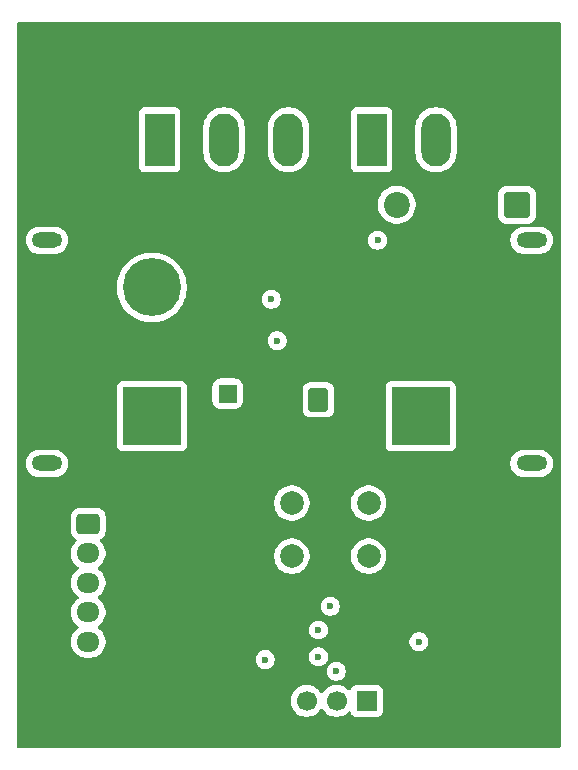
<source format=gbr>
%TF.GenerationSoftware,KiCad,Pcbnew,9.0.3*%
%TF.CreationDate,2025-12-08T06:42:03-06:00*%
%TF.ProjectId,roboboat bms v2,726f626f-626f-4617-9420-626d73207632,rev?*%
%TF.SameCoordinates,Original*%
%TF.FileFunction,Copper,L2,Inr*%
%TF.FilePolarity,Positive*%
%FSLAX46Y46*%
G04 Gerber Fmt 4.6, Leading zero omitted, Abs format (unit mm)*
G04 Created by KiCad (PCBNEW 9.0.3) date 2025-12-08 06:42:03*
%MOMM*%
%LPD*%
G01*
G04 APERTURE LIST*
G04 Aperture macros list*
%AMRoundRect*
0 Rectangle with rounded corners*
0 $1 Rounding radius*
0 $2 $3 $4 $5 $6 $7 $8 $9 X,Y pos of 4 corners*
0 Add a 4 corners polygon primitive as box body*
4,1,4,$2,$3,$4,$5,$6,$7,$8,$9,$2,$3,0*
0 Add four circle primitives for the rounded corners*
1,1,$1+$1,$2,$3*
1,1,$1+$1,$4,$5*
1,1,$1+$1,$6,$7*
1,1,$1+$1,$8,$9*
0 Add four rect primitives between the rounded corners*
20,1,$1+$1,$2,$3,$4,$5,0*
20,1,$1+$1,$4,$5,$6,$7,0*
20,1,$1+$1,$6,$7,$8,$9,0*
20,1,$1+$1,$8,$9,$2,$3,0*%
G04 Aperture macros list end*
%TA.AperFunction,ComponentPad*%
%ADD10R,1.700000X1.700000*%
%TD*%
%TA.AperFunction,ComponentPad*%
%ADD11C,1.700000*%
%TD*%
%TA.AperFunction,ComponentPad*%
%ADD12C,2.000000*%
%TD*%
%TA.AperFunction,ComponentPad*%
%ADD13RoundRect,0.250000X-0.550000X-0.550000X0.550000X-0.550000X0.550000X0.550000X-0.550000X0.550000X0*%
%TD*%
%TA.AperFunction,ComponentPad*%
%ADD14C,1.600000*%
%TD*%
%TA.AperFunction,ComponentPad*%
%ADD15RoundRect,0.250000X-0.600000X-0.750000X0.600000X-0.750000X0.600000X0.750000X-0.600000X0.750000X0*%
%TD*%
%TA.AperFunction,ComponentPad*%
%ADD16O,1.700000X2.000000*%
%TD*%
%TA.AperFunction,ComponentPad*%
%ADD17RoundRect,0.250000X-0.725000X0.600000X-0.725000X-0.600000X0.725000X-0.600000X0.725000X0.600000X0*%
%TD*%
%TA.AperFunction,ComponentPad*%
%ADD18O,1.950000X1.700000*%
%TD*%
%TA.AperFunction,ComponentPad*%
%ADD19RoundRect,0.249999X0.850001X0.850001X-0.850001X0.850001X-0.850001X-0.850001X0.850001X-0.850001X0*%
%TD*%
%TA.AperFunction,ComponentPad*%
%ADD20C,2.200000*%
%TD*%
%TA.AperFunction,ComponentPad*%
%ADD21R,2.500000X4.500000*%
%TD*%
%TA.AperFunction,ComponentPad*%
%ADD22O,2.500000X4.500000*%
%TD*%
%TA.AperFunction,ComponentPad*%
%ADD23C,4.916000*%
%TD*%
%TA.AperFunction,ComponentPad*%
%ADD24O,2.600000X1.300000*%
%TD*%
%TA.AperFunction,ComponentPad*%
%ADD25R,4.916000X4.916000*%
%TD*%
%TA.AperFunction,ViaPad*%
%ADD26C,0.600000*%
%TD*%
G04 APERTURE END LIST*
D10*
%TO.N,Net-(J1-Pin_1)*%
%TO.C,J1*%
X79080000Y-167000000D03*
D11*
%TO.N,Net-(J1-Pin_2)*%
X76540000Y-167000000D03*
%TO.N,Net-(J1-Pin_3)*%
X74000000Y-167000000D03*
%TO.N,GND*%
X71460000Y-167000000D03*
%TD*%
D12*
%TO.N,Net-(R7-Pad1)*%
%TO.C,SW1*%
X72750000Y-150250000D03*
X79250000Y-150250000D03*
%TO.N,Net-(U1-VC1)*%
X72750000Y-154750000D03*
X79250000Y-154750000D03*
%TD*%
D13*
%TO.N,VBUS*%
%TO.C,C4*%
X67317621Y-141000000D03*
D14*
%TO.N,GND*%
X69817621Y-141000000D03*
%TD*%
D15*
%TO.N,Net-(J7-Pin_1)*%
%TO.C,J7*%
X75000000Y-141500000D03*
D16*
%TO.N,GND*%
X77500000Y-141500000D03*
%TD*%
D17*
%TO.N,VBUS*%
%TO.C,J6*%
X55500000Y-152000000D03*
D18*
%TO.N,Net-(J6-Pin_2)*%
X55500000Y-154500000D03*
%TO.N,Net-(J6-Pin_3)*%
X55500000Y-157000000D03*
%TO.N,Net-(J6-Pin_4)*%
X55500000Y-159500000D03*
%TO.N,Net-(J3-NEG)*%
X55500000Y-162000000D03*
%TD*%
D19*
%TO.N,Net-(D1-K)*%
%TO.C,D1*%
X91800000Y-125000000D03*
D20*
%TO.N,Net-(D1-A)*%
X81640000Y-125000000D03*
%TD*%
D21*
%TO.N,Net-(D1-K)*%
%TO.C,Q1*%
X79500000Y-119500000D03*
D22*
%TO.N,Net-(Q1-D)*%
X84950000Y-119500000D03*
%TO.N,GND*%
X90400000Y-119500000D03*
%TD*%
D23*
%TO.N,GND*%
%TO.C,J4*%
X83650000Y-132000000D03*
D24*
%TO.N,unconnected-(J4-PadNC)*%
X93050000Y-146900000D03*
%TO.N,unconnected-(J4-PadNC)_1*%
X93050000Y-128000000D03*
D25*
%TO.N,VBUS*%
X83650000Y-142900000D03*
%TD*%
D23*
%TO.N,Net-(J3-NEG)*%
%TO.C,J3*%
X60900000Y-132000000D03*
D24*
%TO.N,unconnected-(J3-PadNC)*%
X52000000Y-128000000D03*
%TO.N,unconnected-(J3-PadNC)_1*%
X52000000Y-146900000D03*
D25*
%TO.N,VBUS*%
X60900000Y-142900000D03*
%TD*%
D21*
%TO.N,Net-(Q5-G)*%
%TO.C,Q5*%
X61550000Y-119500000D03*
D22*
%TO.N,Net-(Q1-D)*%
X67000000Y-119500000D03*
%TO.N,Net-(Q5-S)*%
X72450000Y-119500000D03*
%TD*%
D26*
%TO.N,GND*%
X76500000Y-162500000D03*
%TO.N,Net-(U1-SRP)*%
X71000000Y-133000000D03*
X75000000Y-161000000D03*
%TO.N,Net-(U1-SRN)*%
X70500000Y-163500000D03*
X71500000Y-136500000D03*
%TO.N,VBUS*%
X76000000Y-159000000D03*
%TO.N,Net-(J7-Pin_1)*%
X83500000Y-162000000D03*
%TO.N,Net-(Q3-S)*%
X80000000Y-128000000D03*
X75000000Y-163275000D03*
%TO.N,Net-(Q5-G)*%
X76500000Y-164500000D03*
%TD*%
%TA.AperFunction,Conductor*%
%TO.N,GND*%
G36*
X95442539Y-109520185D02*
G01*
X95488294Y-109572989D01*
X95499500Y-109624500D01*
X95499500Y-170875500D01*
X95479815Y-170942539D01*
X95427011Y-170988294D01*
X95375500Y-170999500D01*
X49624500Y-170999500D01*
X49557461Y-170979815D01*
X49511706Y-170927011D01*
X49500500Y-170875500D01*
X49500500Y-166893713D01*
X72649500Y-166893713D01*
X72649500Y-167106286D01*
X72682753Y-167316239D01*
X72748444Y-167518414D01*
X72844951Y-167707820D01*
X72969890Y-167879786D01*
X73120213Y-168030109D01*
X73292179Y-168155048D01*
X73292181Y-168155049D01*
X73292184Y-168155051D01*
X73481588Y-168251557D01*
X73683757Y-168317246D01*
X73893713Y-168350500D01*
X73893714Y-168350500D01*
X74106286Y-168350500D01*
X74106287Y-168350500D01*
X74316243Y-168317246D01*
X74518412Y-168251557D01*
X74707816Y-168155051D01*
X74794138Y-168092335D01*
X74879786Y-168030109D01*
X74879788Y-168030106D01*
X74879792Y-168030104D01*
X75030104Y-167879792D01*
X75030106Y-167879788D01*
X75030109Y-167879786D01*
X75155048Y-167707820D01*
X75155047Y-167707820D01*
X75155051Y-167707816D01*
X75159514Y-167699054D01*
X75207488Y-167648259D01*
X75275308Y-167631463D01*
X75341444Y-167653999D01*
X75380486Y-167699056D01*
X75384951Y-167707820D01*
X75509890Y-167879786D01*
X75660213Y-168030109D01*
X75832179Y-168155048D01*
X75832181Y-168155049D01*
X75832184Y-168155051D01*
X76021588Y-168251557D01*
X76223757Y-168317246D01*
X76433713Y-168350500D01*
X76433714Y-168350500D01*
X76646286Y-168350500D01*
X76646287Y-168350500D01*
X76856243Y-168317246D01*
X77058412Y-168251557D01*
X77247816Y-168155051D01*
X77419792Y-168030104D01*
X77533329Y-167916566D01*
X77594648Y-167883084D01*
X77664340Y-167888068D01*
X77720274Y-167929939D01*
X77737189Y-167960917D01*
X77786202Y-168092328D01*
X77786206Y-168092335D01*
X77872452Y-168207544D01*
X77872455Y-168207547D01*
X77987664Y-168293793D01*
X77987671Y-168293797D01*
X78122517Y-168344091D01*
X78122516Y-168344091D01*
X78129444Y-168344835D01*
X78182127Y-168350500D01*
X79977872Y-168350499D01*
X80037483Y-168344091D01*
X80172331Y-168293796D01*
X80287546Y-168207546D01*
X80373796Y-168092331D01*
X80424091Y-167957483D01*
X80430500Y-167897873D01*
X80430499Y-166102128D01*
X80424091Y-166042517D01*
X80422810Y-166039083D01*
X80373797Y-165907671D01*
X80373793Y-165907664D01*
X80287547Y-165792455D01*
X80287544Y-165792452D01*
X80172335Y-165706206D01*
X80172328Y-165706202D01*
X80037482Y-165655908D01*
X80037483Y-165655908D01*
X79977883Y-165649501D01*
X79977881Y-165649500D01*
X79977873Y-165649500D01*
X79977864Y-165649500D01*
X78182129Y-165649500D01*
X78182123Y-165649501D01*
X78122516Y-165655908D01*
X77987671Y-165706202D01*
X77987664Y-165706206D01*
X77872455Y-165792452D01*
X77872452Y-165792455D01*
X77786206Y-165907664D01*
X77786203Y-165907669D01*
X77737189Y-166039083D01*
X77695317Y-166095016D01*
X77629853Y-166119433D01*
X77561580Y-166104581D01*
X77533326Y-166083430D01*
X77419786Y-165969890D01*
X77247820Y-165844951D01*
X77058414Y-165748444D01*
X77058413Y-165748443D01*
X77058412Y-165748443D01*
X76856243Y-165682754D01*
X76856241Y-165682753D01*
X76856240Y-165682753D01*
X76694957Y-165657208D01*
X76646287Y-165649500D01*
X76433713Y-165649500D01*
X76385042Y-165657208D01*
X76223760Y-165682753D01*
X76021585Y-165748444D01*
X75832179Y-165844951D01*
X75660213Y-165969890D01*
X75509890Y-166120213D01*
X75384949Y-166292182D01*
X75380484Y-166300946D01*
X75332509Y-166351742D01*
X75264688Y-166368536D01*
X75198553Y-166345998D01*
X75159516Y-166300946D01*
X75155050Y-166292182D01*
X75030109Y-166120213D01*
X74879786Y-165969890D01*
X74707820Y-165844951D01*
X74518414Y-165748444D01*
X74518413Y-165748443D01*
X74518412Y-165748443D01*
X74316243Y-165682754D01*
X74316241Y-165682753D01*
X74316240Y-165682753D01*
X74154957Y-165657208D01*
X74106287Y-165649500D01*
X73893713Y-165649500D01*
X73845042Y-165657208D01*
X73683760Y-165682753D01*
X73481585Y-165748444D01*
X73292179Y-165844951D01*
X73120213Y-165969890D01*
X72969890Y-166120213D01*
X72844951Y-166292179D01*
X72748444Y-166481585D01*
X72682753Y-166683760D01*
X72649500Y-166893713D01*
X49500500Y-166893713D01*
X49500500Y-164421153D01*
X75699500Y-164421153D01*
X75699500Y-164578846D01*
X75730261Y-164733489D01*
X75730264Y-164733501D01*
X75790602Y-164879172D01*
X75790609Y-164879185D01*
X75878210Y-165010288D01*
X75878213Y-165010292D01*
X75989707Y-165121786D01*
X75989711Y-165121789D01*
X76120814Y-165209390D01*
X76120827Y-165209397D01*
X76266498Y-165269735D01*
X76266503Y-165269737D01*
X76421153Y-165300499D01*
X76421156Y-165300500D01*
X76421158Y-165300500D01*
X76578844Y-165300500D01*
X76578845Y-165300499D01*
X76733497Y-165269737D01*
X76879179Y-165209394D01*
X77010289Y-165121789D01*
X77121789Y-165010289D01*
X77209394Y-164879179D01*
X77269737Y-164733497D01*
X77300500Y-164578842D01*
X77300500Y-164421158D01*
X77300500Y-164421155D01*
X77300499Y-164421153D01*
X77269738Y-164266510D01*
X77269737Y-164266503D01*
X77209794Y-164121786D01*
X77209397Y-164120827D01*
X77209390Y-164120814D01*
X77121789Y-163989711D01*
X77121786Y-163989707D01*
X77010292Y-163878213D01*
X77010288Y-163878210D01*
X76879185Y-163790609D01*
X76879172Y-163790602D01*
X76733501Y-163730264D01*
X76733489Y-163730261D01*
X76578845Y-163699500D01*
X76578842Y-163699500D01*
X76421158Y-163699500D01*
X76421155Y-163699500D01*
X76266510Y-163730261D01*
X76266498Y-163730264D01*
X76120827Y-163790602D01*
X76120814Y-163790609D01*
X75989711Y-163878210D01*
X75989707Y-163878213D01*
X75878213Y-163989707D01*
X75878210Y-163989711D01*
X75790609Y-164120814D01*
X75790602Y-164120827D01*
X75730264Y-164266498D01*
X75730261Y-164266510D01*
X75699500Y-164421153D01*
X49500500Y-164421153D01*
X49500500Y-163421153D01*
X69699500Y-163421153D01*
X69699500Y-163578846D01*
X69730261Y-163733489D01*
X69730264Y-163733501D01*
X69790602Y-163879172D01*
X69790609Y-163879185D01*
X69878210Y-164010288D01*
X69878213Y-164010292D01*
X69989707Y-164121786D01*
X69989711Y-164121789D01*
X70120814Y-164209390D01*
X70120827Y-164209397D01*
X70258683Y-164266498D01*
X70266503Y-164269737D01*
X70421153Y-164300499D01*
X70421156Y-164300500D01*
X70421158Y-164300500D01*
X70578844Y-164300500D01*
X70578845Y-164300499D01*
X70589179Y-164298443D01*
X70614287Y-164293450D01*
X70614292Y-164293449D01*
X70699800Y-164276439D01*
X70733497Y-164269737D01*
X70879179Y-164209394D01*
X71010289Y-164121789D01*
X71121789Y-164010289D01*
X71209394Y-163879179D01*
X71269737Y-163733497D01*
X71300500Y-163578842D01*
X71300500Y-163421158D01*
X71300500Y-163421155D01*
X71300499Y-163421153D01*
X71269738Y-163266510D01*
X71269737Y-163266503D01*
X71240597Y-163196153D01*
X74199500Y-163196153D01*
X74199500Y-163353846D01*
X74230261Y-163508489D01*
X74230264Y-163508501D01*
X74290602Y-163654172D01*
X74290609Y-163654185D01*
X74378210Y-163785288D01*
X74378213Y-163785292D01*
X74489707Y-163896786D01*
X74489711Y-163896789D01*
X74620814Y-163984390D01*
X74620827Y-163984397D01*
X74766498Y-164044735D01*
X74766503Y-164044737D01*
X74921153Y-164075499D01*
X74921156Y-164075500D01*
X74921158Y-164075500D01*
X75078844Y-164075500D01*
X75078845Y-164075499D01*
X75233497Y-164044737D01*
X75379179Y-163984394D01*
X75510289Y-163896789D01*
X75621789Y-163785289D01*
X75709394Y-163654179D01*
X75769737Y-163508497D01*
X75800500Y-163353842D01*
X75800500Y-163196158D01*
X75800500Y-163196155D01*
X75800499Y-163196153D01*
X75792323Y-163155048D01*
X75769737Y-163041503D01*
X75769735Y-163041498D01*
X75709397Y-162895827D01*
X75709390Y-162895814D01*
X75621789Y-162764711D01*
X75621786Y-162764707D01*
X75510292Y-162653213D01*
X75510288Y-162653210D01*
X75379185Y-162565609D01*
X75379172Y-162565602D01*
X75233501Y-162505264D01*
X75233489Y-162505261D01*
X75078845Y-162474500D01*
X75078842Y-162474500D01*
X74921158Y-162474500D01*
X74921155Y-162474500D01*
X74766510Y-162505261D01*
X74766498Y-162505264D01*
X74620827Y-162565602D01*
X74620814Y-162565609D01*
X74489711Y-162653210D01*
X74489707Y-162653213D01*
X74378213Y-162764707D01*
X74378210Y-162764711D01*
X74290609Y-162895814D01*
X74290602Y-162895827D01*
X74230264Y-163041498D01*
X74230261Y-163041510D01*
X74199500Y-163196153D01*
X71240597Y-163196153D01*
X71229924Y-163170386D01*
X71209397Y-163120827D01*
X71209390Y-163120814D01*
X71121789Y-162989711D01*
X71121786Y-162989707D01*
X71010292Y-162878213D01*
X71010288Y-162878210D01*
X70879185Y-162790609D01*
X70879172Y-162790602D01*
X70733501Y-162730264D01*
X70733489Y-162730261D01*
X70578845Y-162699500D01*
X70578842Y-162699500D01*
X70421158Y-162699500D01*
X70421155Y-162699500D01*
X70266510Y-162730261D01*
X70266498Y-162730264D01*
X70120827Y-162790602D01*
X70120814Y-162790609D01*
X69989711Y-162878210D01*
X69989707Y-162878213D01*
X69878213Y-162989707D01*
X69878210Y-162989711D01*
X69790609Y-163120814D01*
X69790602Y-163120827D01*
X69730264Y-163266498D01*
X69730261Y-163266510D01*
X69699500Y-163421153D01*
X49500500Y-163421153D01*
X49500500Y-151349983D01*
X54024500Y-151349983D01*
X54024500Y-152650001D01*
X54024501Y-152650018D01*
X54035000Y-152752796D01*
X54035001Y-152752799D01*
X54090185Y-152919331D01*
X54090187Y-152919336D01*
X54182289Y-153068657D01*
X54306344Y-153192712D01*
X54461120Y-153288178D01*
X54507845Y-153340126D01*
X54519068Y-153409088D01*
X54491224Y-153473171D01*
X54483706Y-153481398D01*
X54344889Y-153620215D01*
X54219951Y-153792179D01*
X54123444Y-153981585D01*
X54057753Y-154183760D01*
X54024500Y-154393713D01*
X54024500Y-154606287D01*
X54057754Y-154816243D01*
X54074602Y-154868097D01*
X54123444Y-155018414D01*
X54219951Y-155207820D01*
X54344890Y-155379786D01*
X54495209Y-155530105D01*
X54495214Y-155530109D01*
X54659793Y-155649682D01*
X54702459Y-155705011D01*
X54708438Y-155774625D01*
X54675833Y-155836420D01*
X54659793Y-155850318D01*
X54495214Y-155969890D01*
X54495209Y-155969894D01*
X54344890Y-156120213D01*
X54219951Y-156292179D01*
X54123444Y-156481585D01*
X54057753Y-156683760D01*
X54024500Y-156893713D01*
X54024500Y-157106286D01*
X54057753Y-157316239D01*
X54123444Y-157518414D01*
X54219951Y-157707820D01*
X54344890Y-157879786D01*
X54495209Y-158030105D01*
X54495214Y-158030109D01*
X54659793Y-158149682D01*
X54702459Y-158205011D01*
X54708438Y-158274625D01*
X54675833Y-158336420D01*
X54659793Y-158350318D01*
X54495214Y-158469890D01*
X54495209Y-158469894D01*
X54344890Y-158620213D01*
X54219951Y-158792179D01*
X54123444Y-158981585D01*
X54057753Y-159183760D01*
X54024500Y-159393713D01*
X54024500Y-159606286D01*
X54057753Y-159816239D01*
X54123444Y-160018414D01*
X54219951Y-160207820D01*
X54344890Y-160379786D01*
X54495209Y-160530105D01*
X54495214Y-160530109D01*
X54659793Y-160649682D01*
X54702459Y-160705011D01*
X54708438Y-160774625D01*
X54675833Y-160836420D01*
X54659793Y-160850318D01*
X54495214Y-160969890D01*
X54495209Y-160969894D01*
X54344890Y-161120213D01*
X54219951Y-161292179D01*
X54123444Y-161481585D01*
X54057753Y-161683760D01*
X54024500Y-161893713D01*
X54024500Y-162106287D01*
X54057754Y-162316243D01*
X54120803Y-162510288D01*
X54123444Y-162518414D01*
X54219951Y-162707820D01*
X54344890Y-162879786D01*
X54495213Y-163030109D01*
X54667179Y-163155048D01*
X54667181Y-163155049D01*
X54667184Y-163155051D01*
X54856588Y-163251557D01*
X55058757Y-163317246D01*
X55268713Y-163350500D01*
X55268714Y-163350500D01*
X55731286Y-163350500D01*
X55731287Y-163350500D01*
X55941243Y-163317246D01*
X56143412Y-163251557D01*
X56332816Y-163155051D01*
X56379940Y-163120814D01*
X56504786Y-163030109D01*
X56504788Y-163030106D01*
X56504792Y-163030104D01*
X56655104Y-162879792D01*
X56655106Y-162879788D01*
X56655109Y-162879786D01*
X56778902Y-162709397D01*
X56780051Y-162707816D01*
X56876557Y-162518412D01*
X56942246Y-162316243D01*
X56975500Y-162106287D01*
X56975500Y-161921153D01*
X82699500Y-161921153D01*
X82699500Y-162078846D01*
X82730261Y-162233489D01*
X82730264Y-162233501D01*
X82790602Y-162379172D01*
X82790609Y-162379185D01*
X82878210Y-162510288D01*
X82878213Y-162510292D01*
X82989707Y-162621786D01*
X82989711Y-162621789D01*
X83120814Y-162709390D01*
X83120827Y-162709397D01*
X83254359Y-162764707D01*
X83266503Y-162769737D01*
X83421153Y-162800499D01*
X83421156Y-162800500D01*
X83421158Y-162800500D01*
X83578844Y-162800500D01*
X83578845Y-162800499D01*
X83733497Y-162769737D01*
X83879179Y-162709394D01*
X84010289Y-162621789D01*
X84121789Y-162510289D01*
X84209394Y-162379179D01*
X84269737Y-162233497D01*
X84300500Y-162078842D01*
X84300500Y-161921158D01*
X84300500Y-161921155D01*
X84300499Y-161921153D01*
X84269738Y-161766510D01*
X84269737Y-161766503D01*
X84209794Y-161621786D01*
X84209397Y-161620827D01*
X84209390Y-161620814D01*
X84121789Y-161489711D01*
X84121786Y-161489707D01*
X84010292Y-161378213D01*
X84010288Y-161378210D01*
X83879185Y-161290609D01*
X83879172Y-161290602D01*
X83733501Y-161230264D01*
X83733489Y-161230261D01*
X83578845Y-161199500D01*
X83578842Y-161199500D01*
X83421158Y-161199500D01*
X83421155Y-161199500D01*
X83266510Y-161230261D01*
X83266498Y-161230264D01*
X83120827Y-161290602D01*
X83120814Y-161290609D01*
X82989711Y-161378210D01*
X82989707Y-161378213D01*
X82878213Y-161489707D01*
X82878210Y-161489711D01*
X82790609Y-161620814D01*
X82790602Y-161620827D01*
X82730264Y-161766498D01*
X82730261Y-161766510D01*
X82699500Y-161921153D01*
X56975500Y-161921153D01*
X56975500Y-161893713D01*
X56942246Y-161683757D01*
X56876557Y-161481588D01*
X56780051Y-161292184D01*
X56780049Y-161292181D01*
X56780048Y-161292179D01*
X56655109Y-161120213D01*
X56504792Y-160969896D01*
X56437705Y-160921155D01*
X56437702Y-160921153D01*
X74199500Y-160921153D01*
X74199500Y-161078846D01*
X74230261Y-161233489D01*
X74230264Y-161233501D01*
X74290602Y-161379172D01*
X74290609Y-161379185D01*
X74378210Y-161510288D01*
X74378213Y-161510292D01*
X74489707Y-161621786D01*
X74489711Y-161621789D01*
X74620814Y-161709390D01*
X74620827Y-161709397D01*
X74758683Y-161766498D01*
X74766503Y-161769737D01*
X74921153Y-161800499D01*
X74921156Y-161800500D01*
X74921158Y-161800500D01*
X75078844Y-161800500D01*
X75078845Y-161800499D01*
X75089179Y-161798443D01*
X75114287Y-161793450D01*
X75114292Y-161793449D01*
X75199800Y-161776439D01*
X75233497Y-161769737D01*
X75379179Y-161709394D01*
X75510289Y-161621789D01*
X75621789Y-161510289D01*
X75709394Y-161379179D01*
X75769737Y-161233497D01*
X75800500Y-161078842D01*
X75800500Y-160921158D01*
X75800500Y-160921155D01*
X75800499Y-160921153D01*
X75775403Y-160794989D01*
X75769737Y-160766503D01*
X75752702Y-160725376D01*
X75709397Y-160620827D01*
X75709390Y-160620814D01*
X75621789Y-160489711D01*
X75621786Y-160489707D01*
X75510292Y-160378213D01*
X75510288Y-160378210D01*
X75379185Y-160290609D01*
X75379172Y-160290602D01*
X75233501Y-160230264D01*
X75233489Y-160230261D01*
X75078845Y-160199500D01*
X75078842Y-160199500D01*
X74921158Y-160199500D01*
X74921155Y-160199500D01*
X74766510Y-160230261D01*
X74766498Y-160230264D01*
X74620827Y-160290602D01*
X74620814Y-160290609D01*
X74489711Y-160378210D01*
X74489707Y-160378213D01*
X74378213Y-160489707D01*
X74378210Y-160489711D01*
X74290609Y-160620814D01*
X74290602Y-160620827D01*
X74230264Y-160766498D01*
X74230261Y-160766510D01*
X74199500Y-160921153D01*
X56437702Y-160921153D01*
X56340204Y-160850316D01*
X56297540Y-160794989D01*
X56291561Y-160725376D01*
X56324166Y-160663580D01*
X56340199Y-160649686D01*
X56504792Y-160530104D01*
X56655104Y-160379792D01*
X56655106Y-160379788D01*
X56655109Y-160379786D01*
X56780048Y-160207820D01*
X56780047Y-160207820D01*
X56780051Y-160207816D01*
X56876557Y-160018412D01*
X56942246Y-159816243D01*
X56975500Y-159606287D01*
X56975500Y-159393713D01*
X56942246Y-159183757D01*
X56876557Y-158981588D01*
X56876555Y-158981585D01*
X56876555Y-158981583D01*
X56871347Y-158971362D01*
X56871346Y-158971361D01*
X56845764Y-158921153D01*
X75199500Y-158921153D01*
X75199500Y-159078846D01*
X75230261Y-159233489D01*
X75230264Y-159233501D01*
X75290602Y-159379172D01*
X75290609Y-159379185D01*
X75378210Y-159510288D01*
X75378213Y-159510292D01*
X75489707Y-159621786D01*
X75489711Y-159621789D01*
X75620814Y-159709390D01*
X75620827Y-159709397D01*
X75766498Y-159769735D01*
X75766503Y-159769737D01*
X75921153Y-159800499D01*
X75921156Y-159800500D01*
X75921158Y-159800500D01*
X76078844Y-159800500D01*
X76078845Y-159800499D01*
X76233497Y-159769737D01*
X76379179Y-159709394D01*
X76510289Y-159621789D01*
X76621789Y-159510289D01*
X76709394Y-159379179D01*
X76769737Y-159233497D01*
X76800500Y-159078842D01*
X76800500Y-158921158D01*
X76800500Y-158921155D01*
X76800499Y-158921153D01*
X76769738Y-158766510D01*
X76769737Y-158766503D01*
X76769735Y-158766498D01*
X76709397Y-158620827D01*
X76709390Y-158620814D01*
X76621789Y-158489711D01*
X76621786Y-158489707D01*
X76510292Y-158378213D01*
X76510288Y-158378210D01*
X76379185Y-158290609D01*
X76379172Y-158290602D01*
X76233501Y-158230264D01*
X76233489Y-158230261D01*
X76078845Y-158199500D01*
X76078842Y-158199500D01*
X75921158Y-158199500D01*
X75921155Y-158199500D01*
X75766510Y-158230261D01*
X75766498Y-158230264D01*
X75620827Y-158290602D01*
X75620814Y-158290609D01*
X75489711Y-158378210D01*
X75489707Y-158378213D01*
X75378213Y-158489707D01*
X75378210Y-158489711D01*
X75290609Y-158620814D01*
X75290602Y-158620827D01*
X75230264Y-158766498D01*
X75230261Y-158766510D01*
X75199500Y-158921153D01*
X56845764Y-158921153D01*
X56780048Y-158792179D01*
X56655109Y-158620213D01*
X56504792Y-158469896D01*
X56504784Y-158469890D01*
X56340204Y-158350316D01*
X56297540Y-158294989D01*
X56291561Y-158225376D01*
X56324166Y-158163580D01*
X56340199Y-158149686D01*
X56504792Y-158030104D01*
X56655104Y-157879792D01*
X56655106Y-157879788D01*
X56655109Y-157879786D01*
X56780048Y-157707820D01*
X56780047Y-157707820D01*
X56780051Y-157707816D01*
X56876557Y-157518412D01*
X56942246Y-157316243D01*
X56975500Y-157106287D01*
X56975500Y-156893713D01*
X56942246Y-156683757D01*
X56876557Y-156481588D01*
X56780051Y-156292184D01*
X56780049Y-156292181D01*
X56780048Y-156292179D01*
X56655109Y-156120213D01*
X56504792Y-155969896D01*
X56504784Y-155969890D01*
X56340204Y-155850316D01*
X56297540Y-155794989D01*
X56291561Y-155725376D01*
X56324166Y-155663580D01*
X56340199Y-155649686D01*
X56504792Y-155530104D01*
X56655104Y-155379792D01*
X56655106Y-155379788D01*
X56655109Y-155379786D01*
X56780048Y-155207820D01*
X56780047Y-155207820D01*
X56780051Y-155207816D01*
X56876557Y-155018412D01*
X56942246Y-154816243D01*
X56971443Y-154631902D01*
X71249500Y-154631902D01*
X71249500Y-154868097D01*
X71286446Y-155101368D01*
X71359433Y-155325996D01*
X71386841Y-155379786D01*
X71466657Y-155536433D01*
X71605483Y-155727510D01*
X71772490Y-155894517D01*
X71963567Y-156033343D01*
X72062991Y-156084002D01*
X72174003Y-156140566D01*
X72174005Y-156140566D01*
X72174008Y-156140568D01*
X72294412Y-156179689D01*
X72398631Y-156213553D01*
X72631903Y-156250500D01*
X72631908Y-156250500D01*
X72868097Y-156250500D01*
X73101368Y-156213553D01*
X73325992Y-156140568D01*
X73536433Y-156033343D01*
X73727510Y-155894517D01*
X73894517Y-155727510D01*
X74033343Y-155536433D01*
X74140568Y-155325992D01*
X74213553Y-155101368D01*
X74226692Y-155018412D01*
X74250500Y-154868097D01*
X74250500Y-154631902D01*
X77749500Y-154631902D01*
X77749500Y-154868097D01*
X77786446Y-155101368D01*
X77859433Y-155325996D01*
X77886841Y-155379786D01*
X77966657Y-155536433D01*
X78105483Y-155727510D01*
X78272490Y-155894517D01*
X78463567Y-156033343D01*
X78562991Y-156084002D01*
X78674003Y-156140566D01*
X78674005Y-156140566D01*
X78674008Y-156140568D01*
X78794412Y-156179689D01*
X78898631Y-156213553D01*
X79131903Y-156250500D01*
X79131908Y-156250500D01*
X79368097Y-156250500D01*
X79601368Y-156213553D01*
X79825992Y-156140568D01*
X80036433Y-156033343D01*
X80227510Y-155894517D01*
X80394517Y-155727510D01*
X80533343Y-155536433D01*
X80640568Y-155325992D01*
X80713553Y-155101368D01*
X80726692Y-155018412D01*
X80750500Y-154868097D01*
X80750500Y-154631902D01*
X80713553Y-154398631D01*
X80679689Y-154294412D01*
X80640568Y-154174008D01*
X80640566Y-154174005D01*
X80640566Y-154174003D01*
X80542525Y-153981588D01*
X80533343Y-153963567D01*
X80394517Y-153772490D01*
X80227510Y-153605483D01*
X80036433Y-153466657D01*
X79825996Y-153359433D01*
X79601368Y-153286446D01*
X79368097Y-153249500D01*
X79368092Y-153249500D01*
X79131908Y-153249500D01*
X79131903Y-153249500D01*
X78898631Y-153286446D01*
X78674003Y-153359433D01*
X78463566Y-153466657D01*
X78354550Y-153545862D01*
X78272490Y-153605483D01*
X78272488Y-153605485D01*
X78272487Y-153605485D01*
X78105485Y-153772487D01*
X78105485Y-153772488D01*
X78105483Y-153772490D01*
X78045862Y-153854550D01*
X77966657Y-153963566D01*
X77859433Y-154174003D01*
X77786446Y-154398631D01*
X77749500Y-154631902D01*
X74250500Y-154631902D01*
X74213553Y-154398631D01*
X74179689Y-154294412D01*
X74140568Y-154174008D01*
X74140566Y-154174005D01*
X74140566Y-154174003D01*
X74042525Y-153981588D01*
X74033343Y-153963567D01*
X73894517Y-153772490D01*
X73727510Y-153605483D01*
X73536433Y-153466657D01*
X73325996Y-153359433D01*
X73101368Y-153286446D01*
X72868097Y-153249500D01*
X72868092Y-153249500D01*
X72631908Y-153249500D01*
X72631903Y-153249500D01*
X72398631Y-153286446D01*
X72174003Y-153359433D01*
X71963566Y-153466657D01*
X71854550Y-153545862D01*
X71772490Y-153605483D01*
X71772488Y-153605485D01*
X71772487Y-153605485D01*
X71605485Y-153772487D01*
X71605485Y-153772488D01*
X71605483Y-153772490D01*
X71545862Y-153854550D01*
X71466657Y-153963566D01*
X71359433Y-154174003D01*
X71286446Y-154398631D01*
X71249500Y-154631902D01*
X56971443Y-154631902D01*
X56975500Y-154606287D01*
X56975500Y-154393713D01*
X56942246Y-154183757D01*
X56876557Y-153981588D01*
X56780051Y-153792184D01*
X56780049Y-153792181D01*
X56780048Y-153792179D01*
X56655109Y-153620213D01*
X56516294Y-153481398D01*
X56482809Y-153420075D01*
X56487793Y-153350383D01*
X56529665Y-153294450D01*
X56538879Y-153288178D01*
X56544331Y-153284814D01*
X56544334Y-153284814D01*
X56693656Y-153192712D01*
X56817712Y-153068656D01*
X56909814Y-152919334D01*
X56964999Y-152752797D01*
X56975500Y-152650009D01*
X56975499Y-151349992D01*
X56964999Y-151247203D01*
X56909814Y-151080666D01*
X56817712Y-150931344D01*
X56693656Y-150807288D01*
X56544334Y-150715186D01*
X56377797Y-150660001D01*
X56377795Y-150660000D01*
X56275010Y-150649500D01*
X54724998Y-150649500D01*
X54724981Y-150649501D01*
X54622203Y-150660000D01*
X54622200Y-150660001D01*
X54455668Y-150715185D01*
X54455663Y-150715187D01*
X54306342Y-150807289D01*
X54182289Y-150931342D01*
X54090187Y-151080663D01*
X54090186Y-151080666D01*
X54035001Y-151247203D01*
X54035001Y-151247204D01*
X54035000Y-151247204D01*
X54024500Y-151349983D01*
X49500500Y-151349983D01*
X49500500Y-150131902D01*
X71249500Y-150131902D01*
X71249500Y-150368097D01*
X71286446Y-150601368D01*
X71359433Y-150825996D01*
X71466657Y-151036433D01*
X71605483Y-151227510D01*
X71772490Y-151394517D01*
X71963567Y-151533343D01*
X72062991Y-151584002D01*
X72174003Y-151640566D01*
X72174005Y-151640566D01*
X72174008Y-151640568D01*
X72294412Y-151679689D01*
X72398631Y-151713553D01*
X72631903Y-151750500D01*
X72631908Y-151750500D01*
X72868097Y-151750500D01*
X73101368Y-151713553D01*
X73325992Y-151640568D01*
X73536433Y-151533343D01*
X73727510Y-151394517D01*
X73894517Y-151227510D01*
X74033343Y-151036433D01*
X74140568Y-150825992D01*
X74213553Y-150601368D01*
X74250500Y-150368097D01*
X74250500Y-150131902D01*
X77749500Y-150131902D01*
X77749500Y-150368097D01*
X77786446Y-150601368D01*
X77859433Y-150825996D01*
X77966657Y-151036433D01*
X78105483Y-151227510D01*
X78272490Y-151394517D01*
X78463567Y-151533343D01*
X78562991Y-151584002D01*
X78674003Y-151640566D01*
X78674005Y-151640566D01*
X78674008Y-151640568D01*
X78794412Y-151679689D01*
X78898631Y-151713553D01*
X79131903Y-151750500D01*
X79131908Y-151750500D01*
X79368097Y-151750500D01*
X79601368Y-151713553D01*
X79825992Y-151640568D01*
X80036433Y-151533343D01*
X80227510Y-151394517D01*
X80394517Y-151227510D01*
X80533343Y-151036433D01*
X80640568Y-150825992D01*
X80713553Y-150601368D01*
X80750500Y-150368097D01*
X80750500Y-150131902D01*
X80713553Y-149898631D01*
X80640566Y-149674003D01*
X80533342Y-149463566D01*
X80394517Y-149272490D01*
X80227510Y-149105483D01*
X80036433Y-148966657D01*
X79825996Y-148859433D01*
X79601368Y-148786446D01*
X79368097Y-148749500D01*
X79368092Y-148749500D01*
X79131908Y-148749500D01*
X79131903Y-148749500D01*
X78898631Y-148786446D01*
X78674003Y-148859433D01*
X78463566Y-148966657D01*
X78354550Y-149045862D01*
X78272490Y-149105483D01*
X78272488Y-149105485D01*
X78272487Y-149105485D01*
X78105485Y-149272487D01*
X78105485Y-149272488D01*
X78105483Y-149272490D01*
X78045862Y-149354550D01*
X77966657Y-149463566D01*
X77859433Y-149674003D01*
X77786446Y-149898631D01*
X77749500Y-150131902D01*
X74250500Y-150131902D01*
X74213553Y-149898631D01*
X74140566Y-149674003D01*
X74033342Y-149463566D01*
X73894517Y-149272490D01*
X73727510Y-149105483D01*
X73536433Y-148966657D01*
X73325996Y-148859433D01*
X73101368Y-148786446D01*
X72868097Y-148749500D01*
X72868092Y-148749500D01*
X72631908Y-148749500D01*
X72631903Y-148749500D01*
X72398631Y-148786446D01*
X72174003Y-148859433D01*
X71963566Y-148966657D01*
X71854550Y-149045862D01*
X71772490Y-149105483D01*
X71772488Y-149105485D01*
X71772487Y-149105485D01*
X71605485Y-149272487D01*
X71605485Y-149272488D01*
X71605483Y-149272490D01*
X71545862Y-149354550D01*
X71466657Y-149463566D01*
X71359433Y-149674003D01*
X71286446Y-149898631D01*
X71249500Y-150131902D01*
X49500500Y-150131902D01*
X49500500Y-146809448D01*
X50199500Y-146809448D01*
X50199500Y-146990551D01*
X50227829Y-147169410D01*
X50283787Y-147341636D01*
X50283788Y-147341639D01*
X50366006Y-147502997D01*
X50472441Y-147649494D01*
X50472445Y-147649499D01*
X50600500Y-147777554D01*
X50600505Y-147777558D01*
X50728287Y-147870396D01*
X50747006Y-147883996D01*
X50852484Y-147937740D01*
X50908360Y-147966211D01*
X50908363Y-147966212D01*
X50994476Y-147994191D01*
X51080591Y-148022171D01*
X51163429Y-148035291D01*
X51259449Y-148050500D01*
X51259454Y-148050500D01*
X52740551Y-148050500D01*
X52827259Y-148036765D01*
X52919409Y-148022171D01*
X53091639Y-147966211D01*
X53252994Y-147883996D01*
X53399501Y-147777553D01*
X53527553Y-147649501D01*
X53633996Y-147502994D01*
X53716211Y-147341639D01*
X53772171Y-147169409D01*
X53786765Y-147077259D01*
X53800500Y-146990551D01*
X53800500Y-146809448D01*
X91249500Y-146809448D01*
X91249500Y-146990551D01*
X91277829Y-147169410D01*
X91333787Y-147341636D01*
X91333788Y-147341639D01*
X91416006Y-147502997D01*
X91522441Y-147649494D01*
X91522445Y-147649499D01*
X91650500Y-147777554D01*
X91650505Y-147777558D01*
X91778287Y-147870396D01*
X91797006Y-147883996D01*
X91902484Y-147937740D01*
X91958360Y-147966211D01*
X91958363Y-147966212D01*
X92044476Y-147994191D01*
X92130591Y-148022171D01*
X92213429Y-148035291D01*
X92309449Y-148050500D01*
X92309454Y-148050500D01*
X93790551Y-148050500D01*
X93877259Y-148036765D01*
X93969409Y-148022171D01*
X94141639Y-147966211D01*
X94302994Y-147883996D01*
X94449501Y-147777553D01*
X94577553Y-147649501D01*
X94683996Y-147502994D01*
X94766211Y-147341639D01*
X94822171Y-147169409D01*
X94836765Y-147077259D01*
X94850500Y-146990551D01*
X94850500Y-146809448D01*
X94834019Y-146705397D01*
X94822171Y-146630591D01*
X94766211Y-146458361D01*
X94766211Y-146458360D01*
X94737740Y-146402484D01*
X94683996Y-146297006D01*
X94670396Y-146278287D01*
X94577558Y-146150505D01*
X94577554Y-146150500D01*
X94449499Y-146022445D01*
X94449494Y-146022441D01*
X94302997Y-145916006D01*
X94302996Y-145916005D01*
X94302994Y-145916004D01*
X94251300Y-145889664D01*
X94141639Y-145833788D01*
X94141636Y-145833787D01*
X93969410Y-145777829D01*
X93790551Y-145749500D01*
X93790546Y-145749500D01*
X92309454Y-145749500D01*
X92309449Y-145749500D01*
X92130589Y-145777829D01*
X91958363Y-145833787D01*
X91958360Y-145833788D01*
X91797002Y-145916006D01*
X91650505Y-146022441D01*
X91650500Y-146022445D01*
X91522445Y-146150500D01*
X91522441Y-146150505D01*
X91416006Y-146297002D01*
X91333788Y-146458360D01*
X91333787Y-146458363D01*
X91277829Y-146630589D01*
X91249500Y-146809448D01*
X53800500Y-146809448D01*
X53784019Y-146705397D01*
X53772171Y-146630591D01*
X53716211Y-146458361D01*
X53716211Y-146458360D01*
X53687740Y-146402484D01*
X53633996Y-146297006D01*
X53620396Y-146278287D01*
X53527558Y-146150505D01*
X53527554Y-146150500D01*
X53399499Y-146022445D01*
X53399494Y-146022441D01*
X53252997Y-145916006D01*
X53252996Y-145916005D01*
X53252994Y-145916004D01*
X53201300Y-145889664D01*
X53091639Y-145833788D01*
X53091636Y-145833787D01*
X52919410Y-145777829D01*
X52740551Y-145749500D01*
X52740546Y-145749500D01*
X51259454Y-145749500D01*
X51259449Y-145749500D01*
X51080589Y-145777829D01*
X50908363Y-145833787D01*
X50908360Y-145833788D01*
X50747002Y-145916006D01*
X50600505Y-146022441D01*
X50600500Y-146022445D01*
X50472445Y-146150500D01*
X50472441Y-146150505D01*
X50366006Y-146297002D01*
X50283788Y-146458360D01*
X50283787Y-146458363D01*
X50227829Y-146630589D01*
X50199500Y-146809448D01*
X49500500Y-146809448D01*
X49500500Y-140394135D01*
X57941500Y-140394135D01*
X57941500Y-145405870D01*
X57941501Y-145405876D01*
X57947908Y-145465483D01*
X57998202Y-145600328D01*
X57998206Y-145600335D01*
X58084452Y-145715544D01*
X58084455Y-145715547D01*
X58199664Y-145801793D01*
X58199671Y-145801797D01*
X58334517Y-145852091D01*
X58334516Y-145852091D01*
X58341444Y-145852835D01*
X58394127Y-145858500D01*
X63405872Y-145858499D01*
X63465483Y-145852091D01*
X63600331Y-145801796D01*
X63715546Y-145715546D01*
X63801796Y-145600331D01*
X63852091Y-145465483D01*
X63858500Y-145405873D01*
X63858499Y-140399983D01*
X66017121Y-140399983D01*
X66017121Y-141600001D01*
X66017122Y-141600018D01*
X66027621Y-141702796D01*
X66027622Y-141702799D01*
X66082806Y-141869331D01*
X66082807Y-141869334D01*
X66174909Y-142018656D01*
X66298965Y-142142712D01*
X66448287Y-142234814D01*
X66614824Y-142289999D01*
X66717612Y-142300500D01*
X67917629Y-142300499D01*
X68020418Y-142289999D01*
X68186955Y-142234814D01*
X68336277Y-142142712D01*
X68460333Y-142018656D01*
X68552435Y-141869334D01*
X68607620Y-141702797D01*
X68618121Y-141600009D01*
X68618120Y-140699983D01*
X73649500Y-140699983D01*
X73649500Y-142300001D01*
X73649501Y-142300018D01*
X73660000Y-142402796D01*
X73660001Y-142402799D01*
X73715185Y-142569331D01*
X73715186Y-142569334D01*
X73807288Y-142718656D01*
X73931344Y-142842712D01*
X74080666Y-142934814D01*
X74247203Y-142989999D01*
X74349991Y-143000500D01*
X75650008Y-143000499D01*
X75752797Y-142989999D01*
X75919334Y-142934814D01*
X76068656Y-142842712D01*
X76192712Y-142718656D01*
X76284814Y-142569334D01*
X76339999Y-142402797D01*
X76350500Y-142300009D01*
X76350499Y-140699992D01*
X76339999Y-140597203D01*
X76284814Y-140430666D01*
X76262282Y-140394135D01*
X80691500Y-140394135D01*
X80691500Y-145405870D01*
X80691501Y-145405876D01*
X80697908Y-145465483D01*
X80748202Y-145600328D01*
X80748206Y-145600335D01*
X80834452Y-145715544D01*
X80834455Y-145715547D01*
X80949664Y-145801793D01*
X80949671Y-145801797D01*
X81084517Y-145852091D01*
X81084516Y-145852091D01*
X81091444Y-145852835D01*
X81144127Y-145858500D01*
X86155872Y-145858499D01*
X86215483Y-145852091D01*
X86350331Y-145801796D01*
X86465546Y-145715546D01*
X86551796Y-145600331D01*
X86602091Y-145465483D01*
X86608500Y-145405873D01*
X86608499Y-140394128D01*
X86602091Y-140334517D01*
X86588174Y-140297204D01*
X86551797Y-140199671D01*
X86551793Y-140199664D01*
X86465547Y-140084455D01*
X86465544Y-140084452D01*
X86350335Y-139998206D01*
X86350328Y-139998202D01*
X86215482Y-139947908D01*
X86215483Y-139947908D01*
X86155883Y-139941501D01*
X86155881Y-139941500D01*
X86155873Y-139941500D01*
X86155864Y-139941500D01*
X81144129Y-139941500D01*
X81144123Y-139941501D01*
X81084516Y-139947908D01*
X80949671Y-139998202D01*
X80949664Y-139998206D01*
X80834455Y-140084452D01*
X80834452Y-140084455D01*
X80748206Y-140199664D01*
X80748202Y-140199671D01*
X80697908Y-140334517D01*
X80691501Y-140394116D01*
X80691501Y-140394123D01*
X80691500Y-140394135D01*
X76262282Y-140394135D01*
X76192712Y-140281344D01*
X76068656Y-140157288D01*
X75950573Y-140084454D01*
X75919336Y-140065187D01*
X75919331Y-140065185D01*
X75917862Y-140064698D01*
X75752797Y-140010001D01*
X75752795Y-140010000D01*
X75650010Y-139999500D01*
X74349998Y-139999500D01*
X74349981Y-139999501D01*
X74247203Y-140010000D01*
X74247200Y-140010001D01*
X74080668Y-140065185D01*
X74080663Y-140065187D01*
X73931342Y-140157289D01*
X73807289Y-140281342D01*
X73715187Y-140430663D01*
X73715186Y-140430666D01*
X73660001Y-140597203D01*
X73660001Y-140597204D01*
X73660000Y-140597204D01*
X73649500Y-140699983D01*
X68618120Y-140699983D01*
X68618120Y-140399992D01*
X68617520Y-140394123D01*
X68607620Y-140297203D01*
X68607619Y-140297200D01*
X68575300Y-140199669D01*
X68552435Y-140130666D01*
X68460333Y-139981344D01*
X68336277Y-139857288D01*
X68186955Y-139765186D01*
X68020418Y-139710001D01*
X68020416Y-139710000D01*
X67917631Y-139699500D01*
X66717619Y-139699500D01*
X66717602Y-139699501D01*
X66614824Y-139710000D01*
X66614821Y-139710001D01*
X66448289Y-139765185D01*
X66448284Y-139765187D01*
X66298963Y-139857289D01*
X66174910Y-139981342D01*
X66082808Y-140130663D01*
X66082807Y-140130666D01*
X66027622Y-140297203D01*
X66027622Y-140297204D01*
X66027621Y-140297204D01*
X66017121Y-140399983D01*
X63858499Y-140399983D01*
X63858499Y-140394128D01*
X63852091Y-140334517D01*
X63838174Y-140297204D01*
X63801797Y-140199671D01*
X63801793Y-140199664D01*
X63715547Y-140084455D01*
X63715544Y-140084452D01*
X63600335Y-139998206D01*
X63600328Y-139998202D01*
X63465482Y-139947908D01*
X63465483Y-139947908D01*
X63405883Y-139941501D01*
X63405881Y-139941500D01*
X63405873Y-139941500D01*
X63405864Y-139941500D01*
X58394129Y-139941500D01*
X58394123Y-139941501D01*
X58334516Y-139947908D01*
X58199671Y-139998202D01*
X58199664Y-139998206D01*
X58084455Y-140084452D01*
X58084452Y-140084455D01*
X57998206Y-140199664D01*
X57998202Y-140199671D01*
X57947908Y-140334517D01*
X57941501Y-140394116D01*
X57941501Y-140394123D01*
X57941500Y-140394135D01*
X49500500Y-140394135D01*
X49500500Y-136421153D01*
X70699500Y-136421153D01*
X70699500Y-136578846D01*
X70730261Y-136733489D01*
X70730264Y-136733501D01*
X70790602Y-136879172D01*
X70790609Y-136879185D01*
X70878210Y-137010288D01*
X70878213Y-137010292D01*
X70989707Y-137121786D01*
X70989711Y-137121789D01*
X71120814Y-137209390D01*
X71120827Y-137209397D01*
X71266498Y-137269735D01*
X71266503Y-137269737D01*
X71421153Y-137300499D01*
X71421156Y-137300500D01*
X71421158Y-137300500D01*
X71578844Y-137300500D01*
X71578845Y-137300499D01*
X71733497Y-137269737D01*
X71879179Y-137209394D01*
X72010289Y-137121789D01*
X72121789Y-137010289D01*
X72209394Y-136879179D01*
X72269737Y-136733497D01*
X72300500Y-136578842D01*
X72300500Y-136421158D01*
X72300500Y-136421155D01*
X72300499Y-136421153D01*
X72269738Y-136266510D01*
X72269737Y-136266503D01*
X72269735Y-136266498D01*
X72209397Y-136120827D01*
X72209390Y-136120814D01*
X72121789Y-135989711D01*
X72121786Y-135989707D01*
X72010292Y-135878213D01*
X72010288Y-135878210D01*
X71879185Y-135790609D01*
X71879172Y-135790602D01*
X71733501Y-135730264D01*
X71733489Y-135730261D01*
X71578845Y-135699500D01*
X71578842Y-135699500D01*
X71421158Y-135699500D01*
X71421155Y-135699500D01*
X71266510Y-135730261D01*
X71266498Y-135730264D01*
X71120827Y-135790602D01*
X71120814Y-135790609D01*
X70989711Y-135878210D01*
X70989707Y-135878213D01*
X70878213Y-135989707D01*
X70878210Y-135989711D01*
X70790609Y-136120814D01*
X70790602Y-136120827D01*
X70730264Y-136266498D01*
X70730261Y-136266510D01*
X70699500Y-136421153D01*
X49500500Y-136421153D01*
X49500500Y-131833847D01*
X57941500Y-131833847D01*
X57941500Y-132166152D01*
X57978701Y-132496333D01*
X57978704Y-132496347D01*
X58052645Y-132820307D01*
X58052649Y-132820319D01*
X58162396Y-133133956D01*
X58306569Y-133433334D01*
X58306571Y-133433337D01*
X58483361Y-133714697D01*
X58690541Y-133974493D01*
X58925507Y-134209459D01*
X59185303Y-134416639D01*
X59466663Y-134593429D01*
X59766047Y-134737605D01*
X60001605Y-134820030D01*
X60079680Y-134847350D01*
X60079692Y-134847354D01*
X60403652Y-134921296D01*
X60403661Y-134921297D01*
X60403666Y-134921298D01*
X60623786Y-134946098D01*
X60733848Y-134958499D01*
X60733851Y-134958500D01*
X60733854Y-134958500D01*
X61066149Y-134958500D01*
X61066150Y-134958499D01*
X61234897Y-134939486D01*
X61396333Y-134921298D01*
X61396336Y-134921297D01*
X61396348Y-134921296D01*
X61720308Y-134847354D01*
X62033953Y-134737605D01*
X62333337Y-134593429D01*
X62614697Y-134416639D01*
X62874493Y-134209459D01*
X63109459Y-133974493D01*
X63316639Y-133714697D01*
X63493429Y-133433337D01*
X63637605Y-133133953D01*
X63712067Y-132921153D01*
X70199500Y-132921153D01*
X70199500Y-133078846D01*
X70230261Y-133233489D01*
X70230264Y-133233501D01*
X70290602Y-133379172D01*
X70290609Y-133379185D01*
X70378210Y-133510288D01*
X70378213Y-133510292D01*
X70489707Y-133621786D01*
X70489711Y-133621789D01*
X70620814Y-133709390D01*
X70620827Y-133709397D01*
X70766498Y-133769735D01*
X70766503Y-133769737D01*
X70921153Y-133800499D01*
X70921156Y-133800500D01*
X70921158Y-133800500D01*
X71078844Y-133800500D01*
X71078845Y-133800499D01*
X71233497Y-133769737D01*
X71379179Y-133709394D01*
X71510289Y-133621789D01*
X71621789Y-133510289D01*
X71709394Y-133379179D01*
X71769737Y-133233497D01*
X71800500Y-133078842D01*
X71800500Y-132921158D01*
X71800500Y-132921155D01*
X71800499Y-132921153D01*
X71791142Y-132874111D01*
X71769737Y-132766503D01*
X71769735Y-132766498D01*
X71709397Y-132620827D01*
X71709390Y-132620814D01*
X71621789Y-132489711D01*
X71621786Y-132489707D01*
X71510292Y-132378213D01*
X71510288Y-132378210D01*
X71379185Y-132290609D01*
X71379172Y-132290602D01*
X71233501Y-132230264D01*
X71233489Y-132230261D01*
X71078845Y-132199500D01*
X71078842Y-132199500D01*
X70921158Y-132199500D01*
X70921155Y-132199500D01*
X70766510Y-132230261D01*
X70766498Y-132230264D01*
X70620827Y-132290602D01*
X70620814Y-132290609D01*
X70489711Y-132378210D01*
X70489707Y-132378213D01*
X70378213Y-132489707D01*
X70378210Y-132489711D01*
X70290609Y-132620814D01*
X70290602Y-132620827D01*
X70230264Y-132766498D01*
X70230261Y-132766510D01*
X70199500Y-132921153D01*
X63712067Y-132921153D01*
X63747354Y-132820308D01*
X63821296Y-132496348D01*
X63822045Y-132489707D01*
X63858499Y-132166152D01*
X63858500Y-132166148D01*
X63858500Y-131833851D01*
X63858499Y-131833847D01*
X63821298Y-131503666D01*
X63821297Y-131503661D01*
X63821296Y-131503652D01*
X63747354Y-131179692D01*
X63637605Y-130866047D01*
X63493429Y-130566663D01*
X63316639Y-130285303D01*
X63109459Y-130025507D01*
X62874493Y-129790541D01*
X62614697Y-129583361D01*
X62333337Y-129406571D01*
X62333334Y-129406569D01*
X62033956Y-129262396D01*
X61720319Y-129152649D01*
X61720307Y-129152645D01*
X61470289Y-129095580D01*
X61396348Y-129078704D01*
X61396345Y-129078703D01*
X61396333Y-129078701D01*
X61066152Y-129041500D01*
X61066146Y-129041500D01*
X60733854Y-129041500D01*
X60733847Y-129041500D01*
X60403666Y-129078701D01*
X60403652Y-129078704D01*
X60079692Y-129152645D01*
X60079680Y-129152649D01*
X59766043Y-129262396D01*
X59466665Y-129406569D01*
X59185304Y-129583360D01*
X58925507Y-129790540D01*
X58690540Y-130025507D01*
X58483360Y-130285304D01*
X58306569Y-130566665D01*
X58162396Y-130866043D01*
X58052649Y-131179680D01*
X58052645Y-131179692D01*
X57978704Y-131503652D01*
X57978701Y-131503666D01*
X57941500Y-131833847D01*
X49500500Y-131833847D01*
X49500500Y-127909448D01*
X50199500Y-127909448D01*
X50199500Y-128090551D01*
X50227829Y-128269410D01*
X50283787Y-128441636D01*
X50283788Y-128441639D01*
X50366006Y-128602997D01*
X50472441Y-128749494D01*
X50472445Y-128749499D01*
X50600500Y-128877554D01*
X50600505Y-128877558D01*
X50728287Y-128970396D01*
X50747006Y-128983996D01*
X50852484Y-129037740D01*
X50908360Y-129066211D01*
X50908363Y-129066212D01*
X50946811Y-129078704D01*
X51080591Y-129122171D01*
X51163429Y-129135291D01*
X51259449Y-129150500D01*
X51259454Y-129150500D01*
X52740551Y-129150500D01*
X52827259Y-129136765D01*
X52919409Y-129122171D01*
X53091639Y-129066211D01*
X53252994Y-128983996D01*
X53399501Y-128877553D01*
X53527553Y-128749501D01*
X53633996Y-128602994D01*
X53716211Y-128441639D01*
X53772171Y-128269409D01*
X53786765Y-128177259D01*
X53800500Y-128090551D01*
X53800500Y-127921153D01*
X79199500Y-127921153D01*
X79199500Y-128078846D01*
X79230261Y-128233489D01*
X79230264Y-128233501D01*
X79290602Y-128379172D01*
X79290609Y-128379185D01*
X79378210Y-128510288D01*
X79378213Y-128510292D01*
X79489707Y-128621786D01*
X79489711Y-128621789D01*
X79620814Y-128709390D01*
X79620827Y-128709397D01*
X79766498Y-128769735D01*
X79766503Y-128769737D01*
X79921153Y-128800499D01*
X79921156Y-128800500D01*
X79921158Y-128800500D01*
X80078844Y-128800500D01*
X80078845Y-128800499D01*
X80233497Y-128769737D01*
X80379179Y-128709394D01*
X80510289Y-128621789D01*
X80621789Y-128510289D01*
X80709394Y-128379179D01*
X80769737Y-128233497D01*
X80800500Y-128078842D01*
X80800500Y-127921158D01*
X80800499Y-127921153D01*
X80800499Y-127921150D01*
X80798171Y-127909448D01*
X91249500Y-127909448D01*
X91249500Y-128090551D01*
X91277829Y-128269410D01*
X91333787Y-128441636D01*
X91333788Y-128441639D01*
X91416006Y-128602997D01*
X91522441Y-128749494D01*
X91522445Y-128749499D01*
X91650500Y-128877554D01*
X91650505Y-128877558D01*
X91778287Y-128970396D01*
X91797006Y-128983996D01*
X91902484Y-129037740D01*
X91958360Y-129066211D01*
X91958363Y-129066212D01*
X91996811Y-129078704D01*
X92130591Y-129122171D01*
X92213429Y-129135291D01*
X92309449Y-129150500D01*
X92309454Y-129150500D01*
X93790551Y-129150500D01*
X93877259Y-129136765D01*
X93969409Y-129122171D01*
X94141639Y-129066211D01*
X94302994Y-128983996D01*
X94449501Y-128877553D01*
X94577553Y-128749501D01*
X94683996Y-128602994D01*
X94766211Y-128441639D01*
X94822171Y-128269409D01*
X94836765Y-128177259D01*
X94850500Y-128090551D01*
X94850500Y-127909448D01*
X94827858Y-127766498D01*
X94822171Y-127730591D01*
X94766211Y-127558361D01*
X94766211Y-127558360D01*
X94731230Y-127489707D01*
X94683996Y-127397006D01*
X94670340Y-127378210D01*
X94577558Y-127250505D01*
X94577554Y-127250500D01*
X94449499Y-127122445D01*
X94449494Y-127122441D01*
X94302997Y-127016006D01*
X94302996Y-127016005D01*
X94302994Y-127016004D01*
X94251300Y-126989664D01*
X94141639Y-126933788D01*
X94141636Y-126933787D01*
X93969410Y-126877829D01*
X93790551Y-126849500D01*
X93790546Y-126849500D01*
X92309454Y-126849500D01*
X92309449Y-126849500D01*
X92130589Y-126877829D01*
X91958363Y-126933787D01*
X91958360Y-126933788D01*
X91797002Y-127016006D01*
X91650505Y-127122441D01*
X91650500Y-127122445D01*
X91522445Y-127250500D01*
X91522441Y-127250505D01*
X91416006Y-127397002D01*
X91333788Y-127558360D01*
X91333787Y-127558363D01*
X91277829Y-127730589D01*
X91249500Y-127909448D01*
X80798171Y-127909448D01*
X80769738Y-127766510D01*
X80769737Y-127766503D01*
X80754861Y-127730589D01*
X80709397Y-127620827D01*
X80709390Y-127620814D01*
X80621789Y-127489711D01*
X80621786Y-127489707D01*
X80510292Y-127378213D01*
X80510288Y-127378210D01*
X80379185Y-127290609D01*
X80379172Y-127290602D01*
X80233501Y-127230264D01*
X80233489Y-127230261D01*
X80078845Y-127199500D01*
X80078842Y-127199500D01*
X79921158Y-127199500D01*
X79921155Y-127199500D01*
X79766510Y-127230261D01*
X79766498Y-127230264D01*
X79620827Y-127290602D01*
X79620814Y-127290609D01*
X79489711Y-127378210D01*
X79489707Y-127378213D01*
X79378213Y-127489707D01*
X79378210Y-127489711D01*
X79290609Y-127620814D01*
X79290602Y-127620827D01*
X79230264Y-127766498D01*
X79230261Y-127766510D01*
X79199500Y-127921153D01*
X53800500Y-127921153D01*
X53800500Y-127909448D01*
X53777858Y-127766498D01*
X53772171Y-127730591D01*
X53716211Y-127558361D01*
X53716211Y-127558360D01*
X53681230Y-127489707D01*
X53633996Y-127397006D01*
X53620340Y-127378210D01*
X53527558Y-127250505D01*
X53527554Y-127250500D01*
X53399499Y-127122445D01*
X53399494Y-127122441D01*
X53252997Y-127016006D01*
X53252996Y-127016005D01*
X53252994Y-127016004D01*
X53201300Y-126989664D01*
X53091639Y-126933788D01*
X53091636Y-126933787D01*
X52919410Y-126877829D01*
X52740551Y-126849500D01*
X52740546Y-126849500D01*
X51259454Y-126849500D01*
X51259449Y-126849500D01*
X51080589Y-126877829D01*
X50908363Y-126933787D01*
X50908360Y-126933788D01*
X50747002Y-127016006D01*
X50600505Y-127122441D01*
X50600500Y-127122445D01*
X50472445Y-127250500D01*
X50472441Y-127250505D01*
X50366006Y-127397002D01*
X50283788Y-127558360D01*
X50283787Y-127558363D01*
X50227829Y-127730589D01*
X50199500Y-127909448D01*
X49500500Y-127909448D01*
X49500500Y-124874038D01*
X80039500Y-124874038D01*
X80039500Y-125125961D01*
X80078910Y-125374785D01*
X80156760Y-125614383D01*
X80271132Y-125838848D01*
X80419201Y-126042649D01*
X80419205Y-126042654D01*
X80597345Y-126220794D01*
X80597350Y-126220798D01*
X80775117Y-126349952D01*
X80801155Y-126368870D01*
X80944184Y-126441747D01*
X81025616Y-126483239D01*
X81025618Y-126483239D01*
X81025621Y-126483241D01*
X81265215Y-126561090D01*
X81514038Y-126600500D01*
X81514039Y-126600500D01*
X81765961Y-126600500D01*
X81765962Y-126600500D01*
X82014785Y-126561090D01*
X82254379Y-126483241D01*
X82478845Y-126368870D01*
X82682656Y-126220793D01*
X82860793Y-126042656D01*
X83008870Y-125838845D01*
X83123241Y-125614379D01*
X83201090Y-125374785D01*
X83240500Y-125125962D01*
X83240500Y-124874038D01*
X83201090Y-124625215D01*
X83123241Y-124385621D01*
X83123239Y-124385618D01*
X83123239Y-124385616D01*
X83008869Y-124161154D01*
X83008865Y-124161148D01*
X82964426Y-124099982D01*
X90199500Y-124099982D01*
X90199500Y-125900017D01*
X90210000Y-126002796D01*
X90265185Y-126169332D01*
X90265186Y-126169335D01*
X90357288Y-126318656D01*
X90481344Y-126442712D01*
X90630665Y-126534814D01*
X90797202Y-126589999D01*
X90899990Y-126600500D01*
X90899995Y-126600500D01*
X92700005Y-126600500D01*
X92700010Y-126600500D01*
X92802798Y-126589999D01*
X92969335Y-126534814D01*
X93118656Y-126442712D01*
X93242712Y-126318656D01*
X93334814Y-126169335D01*
X93389999Y-126002798D01*
X93400500Y-125900010D01*
X93400500Y-124099990D01*
X93389999Y-123997202D01*
X93334814Y-123830665D01*
X93242712Y-123681344D01*
X93118656Y-123557288D01*
X92969335Y-123465186D01*
X92802798Y-123410001D01*
X92802796Y-123410000D01*
X92700017Y-123399500D01*
X92700010Y-123399500D01*
X90899990Y-123399500D01*
X90899982Y-123399500D01*
X90797203Y-123410000D01*
X90797202Y-123410001D01*
X90714669Y-123437349D01*
X90630667Y-123465185D01*
X90630662Y-123465187D01*
X90481342Y-123557289D01*
X90357289Y-123681342D01*
X90265187Y-123830662D01*
X90265186Y-123830665D01*
X90210001Y-123997202D01*
X90210001Y-123997203D01*
X90210000Y-123997203D01*
X90199500Y-124099982D01*
X82964426Y-124099982D01*
X82860798Y-123957350D01*
X82860794Y-123957345D01*
X82682654Y-123779205D01*
X82682649Y-123779201D01*
X82478848Y-123631132D01*
X82478847Y-123631131D01*
X82478845Y-123631130D01*
X82408747Y-123595413D01*
X82254383Y-123516760D01*
X82014785Y-123438910D01*
X81765962Y-123399500D01*
X81514038Y-123399500D01*
X81447738Y-123410001D01*
X81265214Y-123438910D01*
X81025616Y-123516760D01*
X80801151Y-123631132D01*
X80597350Y-123779201D01*
X80597345Y-123779205D01*
X80419205Y-123957345D01*
X80419201Y-123957350D01*
X80271132Y-124161151D01*
X80156760Y-124385616D01*
X80078910Y-124625214D01*
X80039500Y-124874038D01*
X49500500Y-124874038D01*
X49500500Y-117202135D01*
X59799500Y-117202135D01*
X59799500Y-121797870D01*
X59799501Y-121797876D01*
X59805908Y-121857483D01*
X59856202Y-121992328D01*
X59856206Y-121992335D01*
X59942452Y-122107544D01*
X59942455Y-122107547D01*
X60057664Y-122193793D01*
X60057671Y-122193797D01*
X60192517Y-122244091D01*
X60192516Y-122244091D01*
X60199444Y-122244835D01*
X60252127Y-122250500D01*
X62847872Y-122250499D01*
X62907483Y-122244091D01*
X63042331Y-122193796D01*
X63157546Y-122107546D01*
X63243796Y-121992331D01*
X63294091Y-121857483D01*
X63300500Y-121797873D01*
X63300499Y-118385258D01*
X65249500Y-118385258D01*
X65249500Y-120614741D01*
X65274446Y-120804215D01*
X65279452Y-120842238D01*
X65279453Y-120842240D01*
X65338842Y-121063887D01*
X65426650Y-121275876D01*
X65426657Y-121275890D01*
X65541392Y-121474617D01*
X65681081Y-121656661D01*
X65681089Y-121656670D01*
X65843330Y-121818911D01*
X65843338Y-121818918D01*
X66025382Y-121958607D01*
X66025385Y-121958608D01*
X66025388Y-121958611D01*
X66224112Y-122073344D01*
X66224117Y-122073346D01*
X66224123Y-122073349D01*
X66306678Y-122107544D01*
X66436113Y-122161158D01*
X66657762Y-122220548D01*
X66874312Y-122249057D01*
X66885250Y-122250498D01*
X66885266Y-122250500D01*
X66885273Y-122250500D01*
X67114727Y-122250500D01*
X67114734Y-122250500D01*
X67342238Y-122220548D01*
X67563887Y-122161158D01*
X67775888Y-122073344D01*
X67974612Y-121958611D01*
X68156661Y-121818919D01*
X68156665Y-121818914D01*
X68156670Y-121818911D01*
X68318911Y-121656670D01*
X68318914Y-121656665D01*
X68318919Y-121656661D01*
X68458611Y-121474612D01*
X68573344Y-121275888D01*
X68661158Y-121063887D01*
X68720548Y-120842238D01*
X68750500Y-120614734D01*
X68750500Y-118385266D01*
X68750499Y-118385258D01*
X70699500Y-118385258D01*
X70699500Y-120614741D01*
X70724446Y-120804215D01*
X70729452Y-120842238D01*
X70729453Y-120842240D01*
X70788842Y-121063887D01*
X70876650Y-121275876D01*
X70876657Y-121275890D01*
X70991392Y-121474617D01*
X71131081Y-121656661D01*
X71131089Y-121656670D01*
X71293330Y-121818911D01*
X71293338Y-121818918D01*
X71475382Y-121958607D01*
X71475385Y-121958608D01*
X71475388Y-121958611D01*
X71674112Y-122073344D01*
X71674117Y-122073346D01*
X71674123Y-122073349D01*
X71756678Y-122107544D01*
X71886113Y-122161158D01*
X72107762Y-122220548D01*
X72324312Y-122249057D01*
X72335250Y-122250498D01*
X72335266Y-122250500D01*
X72335273Y-122250500D01*
X72564727Y-122250500D01*
X72564734Y-122250500D01*
X72792238Y-122220548D01*
X73013887Y-122161158D01*
X73225888Y-122073344D01*
X73424612Y-121958611D01*
X73606661Y-121818919D01*
X73606665Y-121818914D01*
X73606670Y-121818911D01*
X73768911Y-121656670D01*
X73768914Y-121656665D01*
X73768919Y-121656661D01*
X73908611Y-121474612D01*
X74023344Y-121275888D01*
X74111158Y-121063887D01*
X74170548Y-120842238D01*
X74200500Y-120614734D01*
X74200500Y-118385266D01*
X74170548Y-118157762D01*
X74111158Y-117936113D01*
X74023344Y-117724112D01*
X73908611Y-117525388D01*
X73908608Y-117525385D01*
X73908607Y-117525382D01*
X73768918Y-117343338D01*
X73768911Y-117343330D01*
X73627716Y-117202135D01*
X77749500Y-117202135D01*
X77749500Y-121797870D01*
X77749501Y-121797876D01*
X77755908Y-121857483D01*
X77806202Y-121992328D01*
X77806206Y-121992335D01*
X77892452Y-122107544D01*
X77892455Y-122107547D01*
X78007664Y-122193793D01*
X78007671Y-122193797D01*
X78142517Y-122244091D01*
X78142516Y-122244091D01*
X78149444Y-122244835D01*
X78202127Y-122250500D01*
X80797872Y-122250499D01*
X80857483Y-122244091D01*
X80992331Y-122193796D01*
X81107546Y-122107546D01*
X81193796Y-121992331D01*
X81244091Y-121857483D01*
X81250500Y-121797873D01*
X81250499Y-118385258D01*
X83199500Y-118385258D01*
X83199500Y-120614741D01*
X83224446Y-120804215D01*
X83229452Y-120842238D01*
X83229453Y-120842240D01*
X83288842Y-121063887D01*
X83376650Y-121275876D01*
X83376657Y-121275890D01*
X83491392Y-121474617D01*
X83631081Y-121656661D01*
X83631089Y-121656670D01*
X83793330Y-121818911D01*
X83793338Y-121818918D01*
X83975382Y-121958607D01*
X83975385Y-121958608D01*
X83975388Y-121958611D01*
X84174112Y-122073344D01*
X84174117Y-122073346D01*
X84174123Y-122073349D01*
X84256678Y-122107544D01*
X84386113Y-122161158D01*
X84607762Y-122220548D01*
X84824312Y-122249057D01*
X84835250Y-122250498D01*
X84835266Y-122250500D01*
X84835273Y-122250500D01*
X85064727Y-122250500D01*
X85064734Y-122250500D01*
X85292238Y-122220548D01*
X85513887Y-122161158D01*
X85725888Y-122073344D01*
X85924612Y-121958611D01*
X86106661Y-121818919D01*
X86106665Y-121818914D01*
X86106670Y-121818911D01*
X86268911Y-121656670D01*
X86268914Y-121656665D01*
X86268919Y-121656661D01*
X86408611Y-121474612D01*
X86523344Y-121275888D01*
X86611158Y-121063887D01*
X86670548Y-120842238D01*
X86700500Y-120614734D01*
X86700500Y-118385266D01*
X86670548Y-118157762D01*
X86611158Y-117936113D01*
X86523344Y-117724112D01*
X86408611Y-117525388D01*
X86408608Y-117525385D01*
X86408607Y-117525382D01*
X86268918Y-117343338D01*
X86268911Y-117343330D01*
X86106670Y-117181089D01*
X86106661Y-117181081D01*
X85924617Y-117041392D01*
X85866210Y-117007671D01*
X85725888Y-116926656D01*
X85725876Y-116926650D01*
X85513887Y-116838842D01*
X85292238Y-116779452D01*
X85254215Y-116774446D01*
X85064741Y-116749500D01*
X85064734Y-116749500D01*
X84835266Y-116749500D01*
X84835258Y-116749500D01*
X84618715Y-116778009D01*
X84607762Y-116779452D01*
X84514076Y-116804554D01*
X84386112Y-116838842D01*
X84174123Y-116926650D01*
X84174109Y-116926657D01*
X83975382Y-117041392D01*
X83793338Y-117181081D01*
X83631081Y-117343338D01*
X83491392Y-117525382D01*
X83376657Y-117724109D01*
X83376650Y-117724123D01*
X83288842Y-117936112D01*
X83229453Y-118157759D01*
X83229451Y-118157770D01*
X83199500Y-118385258D01*
X81250499Y-118385258D01*
X81250499Y-117202128D01*
X81244091Y-117142517D01*
X81193796Y-117007669D01*
X81193795Y-117007668D01*
X81193793Y-117007664D01*
X81107547Y-116892455D01*
X81107544Y-116892452D01*
X80992335Y-116806206D01*
X80992328Y-116806202D01*
X80857482Y-116755908D01*
X80857483Y-116755908D01*
X80797883Y-116749501D01*
X80797881Y-116749500D01*
X80797873Y-116749500D01*
X80797864Y-116749500D01*
X78202129Y-116749500D01*
X78202123Y-116749501D01*
X78142516Y-116755908D01*
X78007671Y-116806202D01*
X78007664Y-116806206D01*
X77892455Y-116892452D01*
X77892452Y-116892455D01*
X77806206Y-117007664D01*
X77806202Y-117007671D01*
X77755908Y-117142517D01*
X77749501Y-117202116D01*
X77749501Y-117202123D01*
X77749500Y-117202135D01*
X73627716Y-117202135D01*
X73606670Y-117181089D01*
X73606661Y-117181081D01*
X73424617Y-117041392D01*
X73366210Y-117007671D01*
X73225888Y-116926656D01*
X73225876Y-116926650D01*
X73013887Y-116838842D01*
X72792238Y-116779452D01*
X72754215Y-116774446D01*
X72564741Y-116749500D01*
X72564734Y-116749500D01*
X72335266Y-116749500D01*
X72335258Y-116749500D01*
X72118715Y-116778009D01*
X72107762Y-116779452D01*
X72014076Y-116804554D01*
X71886112Y-116838842D01*
X71674123Y-116926650D01*
X71674109Y-116926657D01*
X71475382Y-117041392D01*
X71293338Y-117181081D01*
X71131081Y-117343338D01*
X70991392Y-117525382D01*
X70876657Y-117724109D01*
X70876650Y-117724123D01*
X70788842Y-117936112D01*
X70729453Y-118157759D01*
X70729451Y-118157770D01*
X70699500Y-118385258D01*
X68750499Y-118385258D01*
X68720548Y-118157762D01*
X68661158Y-117936113D01*
X68573344Y-117724112D01*
X68458611Y-117525388D01*
X68458608Y-117525385D01*
X68458607Y-117525382D01*
X68318918Y-117343338D01*
X68318911Y-117343330D01*
X68156670Y-117181089D01*
X68156661Y-117181081D01*
X67974617Y-117041392D01*
X67916210Y-117007671D01*
X67775888Y-116926656D01*
X67775876Y-116926650D01*
X67563887Y-116838842D01*
X67342238Y-116779452D01*
X67304215Y-116774446D01*
X67114741Y-116749500D01*
X67114734Y-116749500D01*
X66885266Y-116749500D01*
X66885258Y-116749500D01*
X66668715Y-116778009D01*
X66657762Y-116779452D01*
X66564076Y-116804554D01*
X66436112Y-116838842D01*
X66224123Y-116926650D01*
X66224109Y-116926657D01*
X66025382Y-117041392D01*
X65843338Y-117181081D01*
X65681081Y-117343338D01*
X65541392Y-117525382D01*
X65426657Y-117724109D01*
X65426650Y-117724123D01*
X65338842Y-117936112D01*
X65279453Y-118157759D01*
X65279451Y-118157770D01*
X65249500Y-118385258D01*
X63300499Y-118385258D01*
X63300499Y-117202128D01*
X63294091Y-117142517D01*
X63243796Y-117007669D01*
X63243795Y-117007668D01*
X63243793Y-117007664D01*
X63157547Y-116892455D01*
X63157544Y-116892452D01*
X63042335Y-116806206D01*
X63042328Y-116806202D01*
X62907482Y-116755908D01*
X62907483Y-116755908D01*
X62847883Y-116749501D01*
X62847881Y-116749500D01*
X62847873Y-116749500D01*
X62847864Y-116749500D01*
X60252129Y-116749500D01*
X60252123Y-116749501D01*
X60192516Y-116755908D01*
X60057671Y-116806202D01*
X60057664Y-116806206D01*
X59942455Y-116892452D01*
X59942452Y-116892455D01*
X59856206Y-117007664D01*
X59856202Y-117007671D01*
X59805908Y-117142517D01*
X59799501Y-117202116D01*
X59799501Y-117202123D01*
X59799500Y-117202135D01*
X49500500Y-117202135D01*
X49500500Y-109624500D01*
X49520185Y-109557461D01*
X49572989Y-109511706D01*
X49624500Y-109500500D01*
X95375500Y-109500500D01*
X95442539Y-109520185D01*
G37*
%TD.AperFunction*%
%TD*%
M02*

</source>
